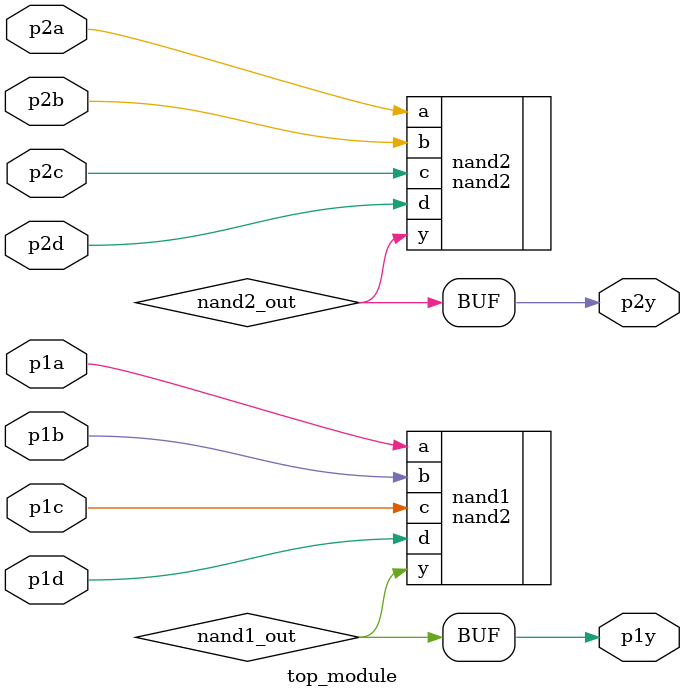
<source format=sv>
module top_module(
  input p1a,
  input p1b,
  input p1c,
  input p1d,
  output p1y,
  input p2a,
  input p2b,
  input p2c,
  input p2d,
  output p2y
);

  // Define internal signals
  wire nand1_out;
  wire nand2_out;

  // Connect the NAND gates
  nand2 #(4) nand1(
    .a(p1a),
    .b(p1b),
    .c(p1c),
    .d(p1d),
    .y(nand1_out)
  );

  nand2 #(4) nand2(
    .a(p2a),
    .b(p2b),
    .c(p2c),
    .d(p2d),
    .y(nand2_out)
  );

  // Assign outputs
  assign p1y = nand1_out;
  assign p2y = nand2_out;

endmodule

</source>
